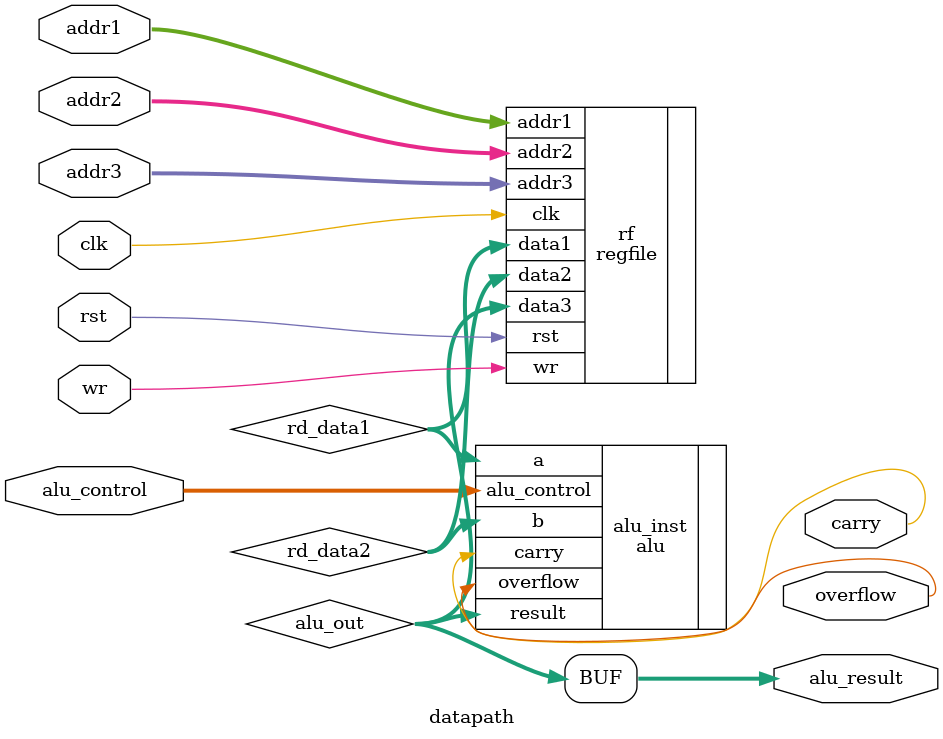
<source format=v>

module datapath(
    input clk, rst, // Clock and reset signals
    input [2:0] alu_control, // ALU control signal
    input [1:0] addr1, addr2, addr3, // Register addresses
    input wr, // Write enable signal
    output [31:0] alu_result, // ALU result
    output overflow, carry // Overflow and carry flags
    );

    // Register file and ALU signals
    wire [31:0] rd_data1, rd_data2;
    
    // Register file output data
    wire [31:0] alu_out;
    
    // Instantiate the register file
    regfile rf(
        .clk(clk), // Clock signal
        .rst(rst), // Reset signal
        .addr1(addr1), // Address for first read
        .addr2(addr2), // Address for second read
        .addr3(addr3), // Address for write
        .data1(rd_data1), // Data output for first read
        .data2(rd_data2), // Data output for second read
        .data3(alu_out), // Data input for write
        .wr(wr) // Write enable signal
    );
    
    // Instantiate the ALU module
    alu alu_inst(
        .a(rd_data1), // First operand from register file
        .b(rd_data2), // Second operand from register file
        .alu_control(alu_control), // ALU control signal
        .result(alu_out), // ALU result output
        .overflow(overflow), // Overflow flag output
        .carry(carry) // Carry flag output
    );
    
    assign alu_result = alu_out; // Connect ALU result to output
endmodule
</source>
